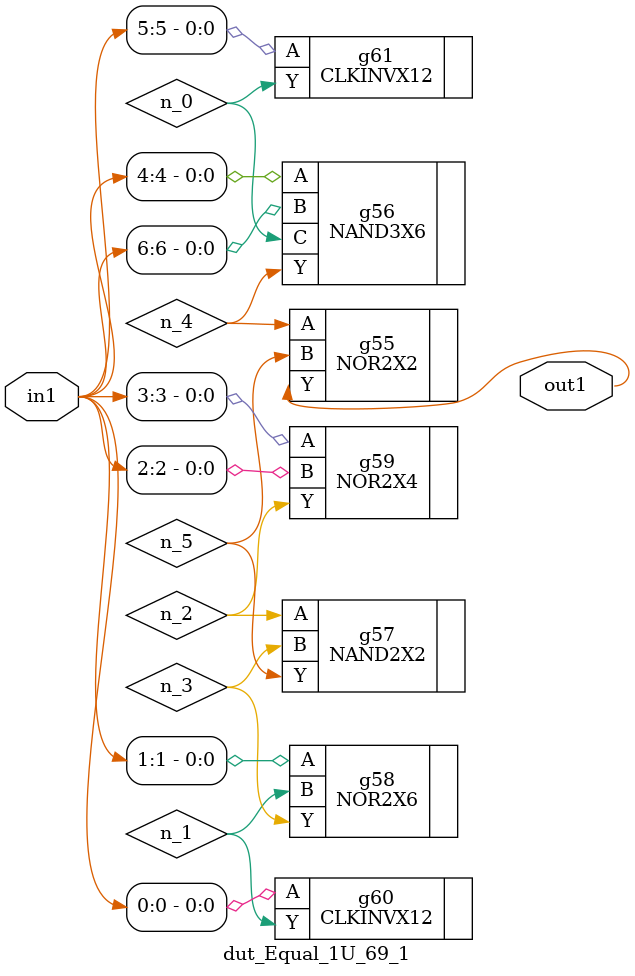
<source format=v>
`timescale 1ps / 1ps


module dut_Equal_1U_69_1(in1, out1);
  input [6:0] in1;
  output out1;
  wire [6:0] in1;
  wire out1;
  wire n_0, n_1, n_2, n_3, n_4, n_5;
  NOR2X2 g55(.A (n_4), .B (n_5), .Y (out1));
  NAND2X2 g57(.A (n_2), .B (n_3), .Y (n_5));
  NAND3X6 g56(.A (in1[4]), .B (in1[6]), .C (n_0), .Y (n_4));
  NOR2X6 g58(.A (in1[1]), .B (n_1), .Y (n_3));
  NOR2X4 g59(.A (in1[3]), .B (in1[2]), .Y (n_2));
  CLKINVX12 g60(.A (in1[0]), .Y (n_1));
  CLKINVX12 g61(.A (in1[5]), .Y (n_0));
endmodule



</source>
